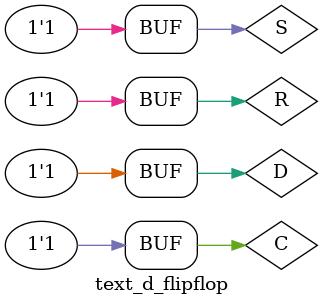
<source format=v>
`timescale 1ns / 1ps


module text_d_flipflop;

	// Inputs
	reg D;
	reg CP;
	reg R;
	reg S;

	// Outputs
	wire Q;
	wire NQ;

	// Instantiate the Unit Under Test (UUT)
	D_FLIPFLOP uut (
		.D(D), 
		.CP(CP), 
		.R(R), 
		.S(S), 
		.Q(Q), 
		.NQ(NQ)
	);

initial begin
   S = 1;
   R = 1;
	D = 0; #150;
	D = 1; #150;	 
end

always begin
	C=0; #50;
	C=1; #50;
end

      
endmodule


</source>
